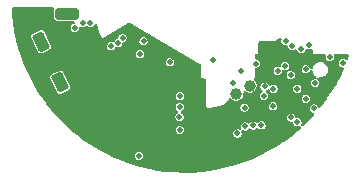
<source format=gbr>
%TF.GenerationSoftware,KiCad,Pcbnew,9.0.0*%
%TF.CreationDate,2025-08-30T10:43:31+02:00*%
%TF.ProjectId,36mm PCB,33366d6d-2050-4434-922e-6b696361645f,rev?*%
%TF.SameCoordinates,Original*%
%TF.FileFunction,Copper,L3,Inr*%
%TF.FilePolarity,Positive*%
%FSLAX46Y46*%
G04 Gerber Fmt 4.6, Leading zero omitted, Abs format (unit mm)*
G04 Created by KiCad (PCBNEW 9.0.0) date 2025-08-30 10:43:31*
%MOMM*%
%LPD*%
G01*
G04 APERTURE LIST*
G04 Aperture macros list*
%AMRoundRect*
0 Rectangle with rounded corners*
0 $1 Rounding radius*
0 $2 $3 $4 $5 $6 $7 $8 $9 X,Y pos of 4 corners*
0 Add a 4 corners polygon primitive as box body*
4,1,4,$2,$3,$4,$5,$6,$7,$8,$9,$2,$3,0*
0 Add four circle primitives for the rounded corners*
1,1,$1+$1,$2,$3*
1,1,$1+$1,$4,$5*
1,1,$1+$1,$6,$7*
1,1,$1+$1,$8,$9*
0 Add four rect primitives between the rounded corners*
20,1,$1+$1,$2,$3,$4,$5,0*
20,1,$1+$1,$4,$5,$6,$7,0*
20,1,$1+$1,$6,$7,$8,$9,0*
20,1,$1+$1,$8,$9,$2,$3,0*%
G04 Aperture macros list end*
%TA.AperFunction,ComponentPad*%
%ADD10RoundRect,0.150000X-0.850000X-0.350000X0.850000X-0.350000X0.850000X0.350000X-0.850000X0.350000X0*%
%TD*%
%TA.AperFunction,ComponentPad*%
%ADD11C,0.500000*%
%TD*%
%TA.AperFunction,ComponentPad*%
%ADD12C,1.000000*%
%TD*%
%TA.AperFunction,ComponentPad*%
%ADD13RoundRect,0.150000X0.591910X-0.441184X0.042506X0.737016X-0.591910X0.441184X-0.042506X-0.737016X0*%
%TD*%
%TA.AperFunction,ViaPad*%
%ADD14C,0.500000*%
%TD*%
G04 APERTURE END LIST*
D10*
%TO.N,GND*%
%TO.C,TP15*%
X190057772Y-114509534D03*
%TD*%
D11*
%TO.N,+3.3V*%
%TO.C,IC6*%
X208542772Y-116831554D03*
%TO.N,I2C1_SDA*%
X210542772Y-117156554D03*
%TO.N,I2C1_SCL*%
X209867772Y-117481554D03*
%TO.N,GND*%
X209117772Y-117264534D03*
%TD*%
D10*
%TO.N,+3V0*%
%TO.C,TP14*%
X187632772Y-114509534D03*
%TD*%
D12*
%TO.N,SYS_SWCLK*%
%TO.C,TP18*%
X205490000Y-120600000D03*
%TD*%
D13*
%TO.N,Net-(C12-Pad2)*%
%TO.C,SW5*%
X189455162Y-120320686D03*
X187849213Y-116876717D03*
%TO.N,+3V0*%
X188186331Y-120912350D03*
X186580382Y-117468382D03*
%TD*%
D12*
%TO.N,SYS_SWDIO*%
%TO.C,TP17*%
X204370000Y-121300000D03*
%TD*%
D14*
%TO.N,I2C1_SDA*%
X199551130Y-123259000D03*
%TO.N,I2C1_SCL*%
X199570000Y-122409000D03*
%TO.N,+3V0*%
X193690000Y-125990000D03*
%TO.N,ADCVBAT*%
X209540000Y-123710000D03*
X194733732Y-116563689D03*
X193750000Y-117280000D03*
%TO.N,+3V0*%
X195190000Y-117600000D03*
%TO.N,GND*%
X206025478Y-118734534D03*
X205110000Y-124060000D03*
X208977772Y-119704534D03*
X209010000Y-123300000D03*
%TO.N,+3.3V*%
X204460000Y-124650000D03*
X199600000Y-121490000D03*
X208490000Y-118950000D03*
X196520000Y-116840000D03*
X212277772Y-118194534D03*
X199590000Y-124350000D03*
%TO.N,NRST*%
X210255935Y-121716592D03*
%TO.N,+3V0*%
X200510000Y-120300000D03*
X208175685Y-122940000D03*
X191740000Y-117240000D03*
%TO.N,Stat*%
X194347311Y-117022689D03*
X196120000Y-126550000D03*
%TO.N,Net-(IC1-MOT2)*%
X202410000Y-118475000D03*
%TO.N,Net-(IC1-MOT1)*%
X204047772Y-120424534D03*
%TO.N,I2C1_SDA*%
X206700000Y-121480000D03*
X196210000Y-117930000D03*
%TO.N,I2C1_SCL*%
X206760000Y-120680000D03*
X198740000Y-118630806D03*
%TO.N,GPIO_Output_Mono*%
X207480000Y-122360000D03*
X192020000Y-115300000D03*
%TO.N,GPIO_EXTI1*%
X205070000Y-122470000D03*
X191370000Y-115300000D03*
%TO.N,GPIO_EXTI9*%
X190680000Y-115700000D03*
X207510000Y-120870000D03*
%TO.N,Tim2_CH3*%
X206492157Y-123967843D03*
X207880000Y-119350000D03*
X210950000Y-122540000D03*
%TO.N,Tim2_CH1*%
X209535196Y-120866133D03*
X205797213Y-123980000D03*
X213391860Y-118690000D03*
%TO.N,Net-(Q4-D_1)*%
X211037772Y-120374534D03*
%TO.N,Net-(Q3-D_1)*%
X210257772Y-119214534D03*
%TO.N,VDD PROG*%
X204770000Y-119390000D03*
%TD*%
%TA.AperFunction,Conductor*%
%TO.N,+3V0*%
G36*
X188903019Y-114004719D02*
G01*
X188948774Y-114057523D01*
X188958718Y-114126681D01*
X188957596Y-114133233D01*
X188957272Y-114134861D01*
X188957272Y-114884212D01*
X188971804Y-114957269D01*
X188971805Y-114957273D01*
X188982572Y-114973387D01*
X189027171Y-115040135D01*
X189094000Y-115084788D01*
X189110032Y-115095500D01*
X189110036Y-115095501D01*
X189183093Y-115110033D01*
X189183096Y-115110034D01*
X190585683Y-115110034D01*
X190652722Y-115129719D01*
X190698477Y-115182523D01*
X190708421Y-115251681D01*
X190679396Y-115315237D01*
X190620618Y-115353011D01*
X190617806Y-115353800D01*
X190544712Y-115373386D01*
X190544711Y-115373386D01*
X190544709Y-115373387D01*
X190544706Y-115373388D01*
X190464794Y-115419526D01*
X190464785Y-115419533D01*
X190399533Y-115484785D01*
X190399526Y-115484794D01*
X190353388Y-115564706D01*
X190353387Y-115564709D01*
X190353386Y-115564711D01*
X190353386Y-115564712D01*
X190329500Y-115653856D01*
X190329500Y-115746144D01*
X190352109Y-115830524D01*
X190353387Y-115835290D01*
X190353388Y-115835293D01*
X190399526Y-115915205D01*
X190399529Y-115915209D01*
X190399531Y-115915212D01*
X190464788Y-115980469D01*
X190464791Y-115980470D01*
X190464794Y-115980473D01*
X190544706Y-116026611D01*
X190544707Y-116026611D01*
X190544712Y-116026614D01*
X190633856Y-116050500D01*
X190633858Y-116050500D01*
X190726142Y-116050500D01*
X190726144Y-116050500D01*
X190815288Y-116026614D01*
X190895212Y-115980469D01*
X190960469Y-115915212D01*
X191006614Y-115835288D01*
X191030500Y-115746144D01*
X191030500Y-115723486D01*
X191050185Y-115656447D01*
X191102989Y-115610692D01*
X191172147Y-115600748D01*
X191216503Y-115616101D01*
X191234708Y-115626612D01*
X191234709Y-115626612D01*
X191234712Y-115626614D01*
X191323856Y-115650500D01*
X191323858Y-115650500D01*
X191416142Y-115650500D01*
X191416144Y-115650500D01*
X191505288Y-115626614D01*
X191585212Y-115580469D01*
X191607319Y-115558362D01*
X191668642Y-115524877D01*
X191738334Y-115529861D01*
X191782681Y-115558362D01*
X191804788Y-115580469D01*
X191804791Y-115580470D01*
X191804794Y-115580473D01*
X191884706Y-115626611D01*
X191884707Y-115626611D01*
X191884712Y-115626614D01*
X191973856Y-115650500D01*
X191973858Y-115650500D01*
X192066142Y-115650500D01*
X192066144Y-115650500D01*
X192155288Y-115626614D01*
X192235212Y-115580469D01*
X192300469Y-115515212D01*
X192346614Y-115435288D01*
X192346614Y-115435285D01*
X192348380Y-115432228D01*
X192398948Y-115384013D01*
X192467555Y-115370791D01*
X192532419Y-115396759D01*
X192572947Y-115453673D01*
X192575188Y-115460845D01*
X192628203Y-115650499D01*
X192650409Y-115729936D01*
X192650411Y-115729945D01*
X192811861Y-116194433D01*
X192811870Y-116194456D01*
X192890104Y-116381266D01*
X192890106Y-116381271D01*
X192896505Y-116396554D01*
X192898214Y-116409527D01*
X192911767Y-116433003D01*
X192914818Y-116440288D01*
X192914822Y-116440295D01*
X192922247Y-116458031D01*
X192926265Y-116463996D01*
X192933361Y-116473206D01*
X192938095Y-116478604D01*
X192953351Y-116490310D01*
X192953354Y-116490313D01*
X192959616Y-116495118D01*
X192978860Y-116514218D01*
X192990980Y-116519185D01*
X193001375Y-116527161D01*
X193001376Y-116527162D01*
X193027575Y-116534182D01*
X193052667Y-116544465D01*
X193065766Y-116544415D01*
X193078423Y-116547807D01*
X193105315Y-116544266D01*
X193132430Y-116544164D01*
X193144512Y-116539105D01*
X193149223Y-116538484D01*
X193157504Y-116537395D01*
X193180992Y-116523834D01*
X193206007Y-116513362D01*
X193215235Y-116504063D01*
X195226343Y-115342949D01*
X195294240Y-115326477D01*
X195350339Y-115342949D01*
X201144816Y-118688392D01*
X201183715Y-118710850D01*
X201205485Y-118726811D01*
X201208694Y-118729752D01*
X201229688Y-118737393D01*
X201249035Y-118748563D01*
X201266804Y-118750902D01*
X201283648Y-118757033D01*
X201286893Y-118756891D01*
X201293800Y-118758595D01*
X201295720Y-118758891D01*
X201295693Y-118759062D01*
X201354728Y-118773631D01*
X201402744Y-118824387D01*
X201416302Y-118881732D01*
X201407771Y-119984533D01*
X201407772Y-119984534D01*
X201659469Y-119984534D01*
X201726508Y-120004219D01*
X201772263Y-120057023D01*
X201783469Y-120108534D01*
X201783469Y-122279830D01*
X201779710Y-122295388D01*
X201783469Y-122319345D01*
X201783469Y-122343590D01*
X201783470Y-122343596D01*
X201783943Y-122344738D01*
X201791880Y-122372957D01*
X201792072Y-122374181D01*
X201792075Y-122374190D01*
X201799673Y-122386629D01*
X201799673Y-122386630D01*
X201804714Y-122394884D01*
X201813993Y-122417284D01*
X201825306Y-122428597D01*
X201833000Y-122441193D01*
X201833002Y-122441195D01*
X201833650Y-122442255D01*
X201833652Y-122442258D01*
X201853247Y-122456538D01*
X201870395Y-122473686D01*
X201885180Y-122479810D01*
X201898114Y-122489236D01*
X201921686Y-122494931D01*
X201944087Y-122504210D01*
X201960088Y-122504210D01*
X201974445Y-122507679D01*
X201975167Y-122507853D01*
X201975645Y-122507968D01*
X201975646Y-122507969D01*
X201975646Y-122507968D01*
X201975647Y-122507969D01*
X201990051Y-122505708D01*
X202009271Y-122504210D01*
X202023850Y-122504210D01*
X202023851Y-122504210D01*
X202024994Y-122503736D01*
X202053232Y-122495793D01*
X202080551Y-122491506D01*
X202185540Y-122475033D01*
X202397469Y-122435888D01*
X202462613Y-122423856D01*
X204719500Y-122423856D01*
X204719500Y-122516144D01*
X204738256Y-122586144D01*
X204743387Y-122605290D01*
X204743388Y-122605293D01*
X204789526Y-122685205D01*
X204789529Y-122685209D01*
X204789531Y-122685212D01*
X204854788Y-122750469D01*
X204854791Y-122750470D01*
X204854794Y-122750473D01*
X204934706Y-122796611D01*
X204934707Y-122796611D01*
X204934712Y-122796614D01*
X205023856Y-122820500D01*
X205023858Y-122820500D01*
X205116142Y-122820500D01*
X205116144Y-122820500D01*
X205205288Y-122796614D01*
X205285212Y-122750469D01*
X205350469Y-122685212D01*
X205396614Y-122605288D01*
X205420500Y-122516144D01*
X205420500Y-122423856D01*
X205396614Y-122334712D01*
X205396612Y-122334709D01*
X205396612Y-122334707D01*
X205396611Y-122334706D01*
X205384573Y-122313856D01*
X207129500Y-122313856D01*
X207129500Y-122406144D01*
X207153290Y-122494931D01*
X207153387Y-122495290D01*
X207153388Y-122495293D01*
X207199526Y-122575205D01*
X207199529Y-122575209D01*
X207199531Y-122575212D01*
X207264788Y-122640469D01*
X207264791Y-122640470D01*
X207264794Y-122640473D01*
X207344706Y-122686611D01*
X207344707Y-122686611D01*
X207344712Y-122686614D01*
X207433856Y-122710500D01*
X207433858Y-122710500D01*
X207526142Y-122710500D01*
X207526144Y-122710500D01*
X207615288Y-122686614D01*
X207695212Y-122640469D01*
X207760469Y-122575212D01*
X207806614Y-122495288D01*
X207830500Y-122406144D01*
X207830500Y-122313856D01*
X207806614Y-122224712D01*
X207800076Y-122213388D01*
X207760473Y-122144794D01*
X207760470Y-122144791D01*
X207760469Y-122144788D01*
X207695212Y-122079531D01*
X207695209Y-122079529D01*
X207695205Y-122079526D01*
X207615293Y-122033388D01*
X207615290Y-122033387D01*
X207615289Y-122033386D01*
X207615288Y-122033386D01*
X207526144Y-122009500D01*
X207433856Y-122009500D01*
X207344712Y-122033386D01*
X207344711Y-122033386D01*
X207344709Y-122033387D01*
X207344706Y-122033388D01*
X207264794Y-122079526D01*
X207264785Y-122079533D01*
X207199533Y-122144785D01*
X207199526Y-122144794D01*
X207153388Y-122224706D01*
X207153387Y-122224709D01*
X207153386Y-122224711D01*
X207153386Y-122224712D01*
X207129500Y-122313856D01*
X205384573Y-122313856D01*
X205350473Y-122254794D01*
X205350470Y-122254791D01*
X205350469Y-122254788D01*
X205285212Y-122189531D01*
X205285209Y-122189529D01*
X205285205Y-122189526D01*
X205205293Y-122143388D01*
X205205290Y-122143387D01*
X205205289Y-122143386D01*
X205205288Y-122143386D01*
X205116144Y-122119500D01*
X205023856Y-122119500D01*
X204934712Y-122143386D01*
X204934711Y-122143386D01*
X204934709Y-122143387D01*
X204934706Y-122143388D01*
X204854794Y-122189526D01*
X204854785Y-122189533D01*
X204789533Y-122254785D01*
X204789526Y-122254794D01*
X204743388Y-122334706D01*
X204743387Y-122334709D01*
X204743386Y-122334711D01*
X204743386Y-122334712D01*
X204719500Y-122423856D01*
X202462613Y-122423856D01*
X202524926Y-122412347D01*
X202862506Y-122340518D01*
X202977732Y-122312729D01*
X202980460Y-122312127D01*
X203030280Y-122300068D01*
X203030281Y-122300070D01*
X203045439Y-122296401D01*
X203045543Y-122296406D01*
X203045537Y-122296378D01*
X203047878Y-122295812D01*
X203069036Y-122290711D01*
X203069038Y-122290709D01*
X203081483Y-122287708D01*
X203081743Y-122287615D01*
X203115610Y-122279421D01*
X203277092Y-122210484D01*
X203424893Y-122115701D01*
X203554911Y-121997700D01*
X203663540Y-121859755D01*
X203731509Y-121735427D01*
X203780939Y-121686047D01*
X203849219Y-121671229D01*
X203914671Y-121695679D01*
X203927992Y-121707228D01*
X204001284Y-121780520D01*
X204001286Y-121780521D01*
X204001290Y-121780524D01*
X204105173Y-121840500D01*
X204138216Y-121859577D01*
X204290943Y-121900500D01*
X204290945Y-121900500D01*
X204449055Y-121900500D01*
X204449057Y-121900500D01*
X204601784Y-121859577D01*
X204738716Y-121780520D01*
X204850520Y-121668716D01*
X204929577Y-121531784D01*
X204955817Y-121433856D01*
X206349500Y-121433856D01*
X206349500Y-121526144D01*
X206371693Y-121608971D01*
X206373387Y-121615290D01*
X206373388Y-121615293D01*
X206419526Y-121695205D01*
X206419529Y-121695209D01*
X206419531Y-121695212D01*
X206484788Y-121760469D01*
X206484791Y-121760470D01*
X206484794Y-121760473D01*
X206564706Y-121806611D01*
X206564707Y-121806611D01*
X206564712Y-121806614D01*
X206653856Y-121830500D01*
X206653858Y-121830500D01*
X206746142Y-121830500D01*
X206746144Y-121830500D01*
X206835288Y-121806614D01*
X206915212Y-121760469D01*
X206980469Y-121695212D01*
X206994767Y-121670448D01*
X209905435Y-121670448D01*
X209905435Y-121762736D01*
X209923592Y-121830500D01*
X209929322Y-121851882D01*
X209929323Y-121851885D01*
X209975461Y-121931797D01*
X209975464Y-121931801D01*
X209975466Y-121931804D01*
X210040723Y-121997061D01*
X210040726Y-121997062D01*
X210040729Y-121997065D01*
X210120641Y-122043203D01*
X210120642Y-122043203D01*
X210120647Y-122043206D01*
X210209791Y-122067092D01*
X210209793Y-122067092D01*
X210302077Y-122067092D01*
X210302079Y-122067092D01*
X210391223Y-122043206D01*
X210471147Y-121997061D01*
X210536404Y-121931804D01*
X210582549Y-121851880D01*
X210606435Y-121762736D01*
X210606435Y-121670448D01*
X210582549Y-121581304D01*
X210558580Y-121539789D01*
X210536408Y-121501386D01*
X210536405Y-121501383D01*
X210536404Y-121501380D01*
X210471147Y-121436123D01*
X210471144Y-121436121D01*
X210471140Y-121436118D01*
X210391228Y-121389980D01*
X210391225Y-121389979D01*
X210391224Y-121389978D01*
X210391223Y-121389978D01*
X210302079Y-121366092D01*
X210209791Y-121366092D01*
X210120647Y-121389978D01*
X210120646Y-121389978D01*
X210120644Y-121389979D01*
X210120641Y-121389980D01*
X210040729Y-121436118D01*
X210040720Y-121436125D01*
X209975468Y-121501377D01*
X209975461Y-121501386D01*
X209929323Y-121581298D01*
X209929322Y-121581301D01*
X209929321Y-121581303D01*
X209929321Y-121581304D01*
X209905435Y-121670448D01*
X206994767Y-121670448D01*
X207026614Y-121615288D01*
X207050500Y-121526144D01*
X207050500Y-121433856D01*
X207026614Y-121344712D01*
X207008228Y-121312867D01*
X206980473Y-121264794D01*
X206980470Y-121264791D01*
X206980469Y-121264788D01*
X206915212Y-121199531D01*
X206915209Y-121199529D01*
X206910418Y-121195853D01*
X206893007Y-121172008D01*
X206873511Y-121149854D01*
X206872640Y-121144114D01*
X206869216Y-121139424D01*
X206867460Y-121109954D01*
X206863036Y-121080774D01*
X206865407Y-121075474D01*
X206865062Y-121069678D01*
X206879517Y-121043939D01*
X206891572Y-121016998D01*
X206897347Y-121012191D01*
X206899276Y-121008758D01*
X206918067Y-120993681D01*
X206920936Y-120991805D01*
X206975212Y-120960469D01*
X206987151Y-120948529D01*
X206997904Y-120941502D01*
X207019539Y-120934968D01*
X207039378Y-120924134D01*
X207052346Y-120925060D01*
X207064790Y-120921303D01*
X207086523Y-120927503D01*
X207109070Y-120929115D01*
X207119478Y-120936905D01*
X207131979Y-120940472D01*
X207146909Y-120957437D01*
X207165006Y-120970983D01*
X207176330Y-120990869D01*
X207178138Y-120992923D01*
X207178369Y-120994449D01*
X207180307Y-120997852D01*
X207183390Y-121005297D01*
X207229526Y-121085205D01*
X207229529Y-121085209D01*
X207229531Y-121085212D01*
X207294788Y-121150469D01*
X207294791Y-121150470D01*
X207294794Y-121150473D01*
X207374706Y-121196611D01*
X207374707Y-121196611D01*
X207374712Y-121196614D01*
X207463856Y-121220500D01*
X207463858Y-121220500D01*
X207556142Y-121220500D01*
X207556144Y-121220500D01*
X207645288Y-121196614D01*
X207725212Y-121150469D01*
X207790469Y-121085212D01*
X207836614Y-121005288D01*
X207860500Y-120916144D01*
X207860500Y-120823856D01*
X207859464Y-120819989D01*
X209184696Y-120819989D01*
X209184696Y-120912277D01*
X209206508Y-120993681D01*
X209208583Y-121001423D01*
X209208584Y-121001426D01*
X209254722Y-121081338D01*
X209254725Y-121081342D01*
X209254727Y-121081345D01*
X209319984Y-121146602D01*
X209319987Y-121146603D01*
X209319990Y-121146606D01*
X209399902Y-121192744D01*
X209399903Y-121192744D01*
X209399908Y-121192747D01*
X209489052Y-121216633D01*
X209489054Y-121216633D01*
X209581338Y-121216633D01*
X209581340Y-121216633D01*
X209670484Y-121192747D01*
X209750408Y-121146602D01*
X209815665Y-121081345D01*
X209861810Y-121001421D01*
X209885696Y-120912277D01*
X209885696Y-120819989D01*
X209861810Y-120730845D01*
X209859096Y-120726144D01*
X209815669Y-120650927D01*
X209815666Y-120650924D01*
X209815665Y-120650921D01*
X209750408Y-120585664D01*
X209750405Y-120585662D01*
X209750401Y-120585659D01*
X209670489Y-120539521D01*
X209670486Y-120539520D01*
X209670485Y-120539519D01*
X209670484Y-120539519D01*
X209581340Y-120515633D01*
X209489052Y-120515633D01*
X209399908Y-120539519D01*
X209399907Y-120539519D01*
X209399905Y-120539520D01*
X209399902Y-120539521D01*
X209319990Y-120585659D01*
X209319981Y-120585666D01*
X209254729Y-120650918D01*
X209254722Y-120650927D01*
X209208584Y-120730839D01*
X209208583Y-120730842D01*
X209208582Y-120730844D01*
X209208582Y-120730845D01*
X209184696Y-120819989D01*
X207859464Y-120819989D01*
X207836614Y-120734712D01*
X207836611Y-120734706D01*
X207790473Y-120654794D01*
X207790470Y-120654791D01*
X207790469Y-120654788D01*
X207725212Y-120589531D01*
X207725209Y-120589529D01*
X207725205Y-120589526D01*
X207645293Y-120543388D01*
X207645290Y-120543387D01*
X207645289Y-120543386D01*
X207645288Y-120543386D01*
X207556144Y-120519500D01*
X207463856Y-120519500D01*
X207374712Y-120543386D01*
X207374711Y-120543386D01*
X207374709Y-120543387D01*
X207374706Y-120543388D01*
X207294794Y-120589526D01*
X207294782Y-120589536D01*
X207291932Y-120592386D01*
X207288938Y-120594020D01*
X207288342Y-120594478D01*
X207288270Y-120594385D01*
X207230607Y-120625868D01*
X207160916Y-120620879D01*
X207104985Y-120579005D01*
X207089691Y-120552143D01*
X207086615Y-120544716D01*
X207086614Y-120544712D01*
X207086611Y-120544706D01*
X207086610Y-120544704D01*
X207040473Y-120464794D01*
X207040470Y-120464791D01*
X207040469Y-120464788D01*
X206975212Y-120399531D01*
X206975209Y-120399529D01*
X206975205Y-120399526D01*
X206895293Y-120353388D01*
X206895290Y-120353387D01*
X206895289Y-120353386D01*
X206895288Y-120353386D01*
X206806144Y-120329500D01*
X206713856Y-120329500D01*
X206624712Y-120353386D01*
X206624711Y-120353386D01*
X206624709Y-120353387D01*
X206624706Y-120353388D01*
X206544794Y-120399526D01*
X206544785Y-120399533D01*
X206479533Y-120464785D01*
X206479526Y-120464794D01*
X206433388Y-120544706D01*
X206433387Y-120544709D01*
X206433386Y-120544711D01*
X206433386Y-120544712D01*
X206409500Y-120633856D01*
X206409500Y-120726144D01*
X206429162Y-120799525D01*
X206433387Y-120815290D01*
X206433388Y-120815293D01*
X206479526Y-120895205D01*
X206479529Y-120895209D01*
X206479531Y-120895212D01*
X206544788Y-120960469D01*
X206544790Y-120960470D01*
X206549579Y-120964145D01*
X206590782Y-121020573D01*
X206594937Y-121090319D01*
X206560725Y-121151239D01*
X206536096Y-121169906D01*
X206484793Y-121199527D01*
X206484785Y-121199533D01*
X206419533Y-121264785D01*
X206419526Y-121264794D01*
X206373388Y-121344706D01*
X206373387Y-121344709D01*
X206373386Y-121344711D01*
X206373386Y-121344712D01*
X206349500Y-121433856D01*
X204955817Y-121433856D01*
X204970500Y-121379057D01*
X204970500Y-121220943D01*
X204969458Y-121217055D01*
X204969920Y-121203608D01*
X204977805Y-121179807D01*
X204981665Y-121155030D01*
X204988604Y-121147208D01*
X204991893Y-121137283D01*
X205011395Y-121121522D01*
X205028037Y-121102767D01*
X205038103Y-121099939D01*
X205046236Y-121093367D01*
X205071163Y-121090652D01*
X205095303Y-121083871D01*
X205106138Y-121086842D01*
X205115695Y-121085802D01*
X205131998Y-121093934D01*
X205155846Y-121100475D01*
X205223441Y-121139500D01*
X205258216Y-121159577D01*
X205410943Y-121200500D01*
X205410945Y-121200500D01*
X205569055Y-121200500D01*
X205569057Y-121200500D01*
X205721784Y-121159577D01*
X205858716Y-121080520D01*
X205970520Y-120968716D01*
X206049577Y-120831784D01*
X206090500Y-120679057D01*
X206090500Y-120520943D01*
X206049577Y-120368216D01*
X206003984Y-120289246D01*
X205970524Y-120231290D01*
X205970518Y-120231282D01*
X205903452Y-120164216D01*
X205869967Y-120102893D01*
X205874951Y-120033201D01*
X205903452Y-119988854D01*
X205907772Y-119984534D01*
X205907772Y-119303856D01*
X207529500Y-119303856D01*
X207529500Y-119396144D01*
X207547142Y-119461986D01*
X207553387Y-119485290D01*
X207553388Y-119485293D01*
X207599526Y-119565205D01*
X207599529Y-119565209D01*
X207599531Y-119565212D01*
X207664788Y-119630469D01*
X207664791Y-119630470D01*
X207664794Y-119630473D01*
X207744706Y-119676611D01*
X207744707Y-119676611D01*
X207744712Y-119676614D01*
X207833856Y-119700500D01*
X207833858Y-119700500D01*
X207926142Y-119700500D01*
X207926144Y-119700500D01*
X208015288Y-119676614D01*
X208095212Y-119630469D01*
X208160469Y-119565212D01*
X208206614Y-119485288D01*
X208230500Y-119396144D01*
X208230500Y-119396134D01*
X208231477Y-119388722D01*
X208259744Y-119324825D01*
X208318069Y-119286355D01*
X208357779Y-119280954D01*
X208372388Y-119281350D01*
X208443856Y-119300500D01*
X208536144Y-119300500D01*
X208585982Y-119287145D01*
X208604014Y-119287635D01*
X208620784Y-119293057D01*
X208638407Y-119293477D01*
X208653338Y-119303582D01*
X208670495Y-119309130D01*
X208681672Y-119322760D01*
X208696269Y-119332639D01*
X208703366Y-119349213D01*
X208714801Y-119363156D01*
X208716835Y-119380664D01*
X208723774Y-119396867D01*
X208720783Y-119414648D01*
X208722865Y-119432559D01*
X208715110Y-119448387D01*
X208712188Y-119465769D01*
X208699028Y-119487074D01*
X208697300Y-119489325D01*
X208651160Y-119569240D01*
X208651159Y-119569243D01*
X208651158Y-119569245D01*
X208651158Y-119569246D01*
X208627272Y-119658390D01*
X208627272Y-119750678D01*
X208648794Y-119831000D01*
X208651159Y-119839824D01*
X208651160Y-119839827D01*
X208697298Y-119919739D01*
X208697301Y-119919743D01*
X208697303Y-119919746D01*
X208762560Y-119985003D01*
X208762563Y-119985004D01*
X208762566Y-119985007D01*
X208842478Y-120031145D01*
X208842479Y-120031145D01*
X208842484Y-120031148D01*
X208931628Y-120055034D01*
X208931630Y-120055034D01*
X209023914Y-120055034D01*
X209023916Y-120055034D01*
X209113060Y-120031148D01*
X209192984Y-119985003D01*
X209258241Y-119919746D01*
X209304386Y-119839822D01*
X209328272Y-119750678D01*
X209328272Y-119658390D01*
X209304386Y-119569246D01*
X209304212Y-119568944D01*
X209258245Y-119489328D01*
X209258242Y-119489325D01*
X209258241Y-119489322D01*
X209192984Y-119424065D01*
X209192981Y-119424063D01*
X209192977Y-119424060D01*
X209113065Y-119377922D01*
X209113062Y-119377921D01*
X209113061Y-119377920D01*
X209113060Y-119377920D01*
X209023916Y-119354034D01*
X208931628Y-119354034D01*
X208899211Y-119362720D01*
X208876181Y-119362171D01*
X208853498Y-119366194D01*
X208841911Y-119361354D01*
X208829361Y-119361055D01*
X208810285Y-119348144D01*
X208789027Y-119339264D01*
X208781896Y-119328928D01*
X208771499Y-119321891D01*
X208762431Y-119300714D01*
X208749350Y-119281753D01*
X208748939Y-119269204D01*
X208743997Y-119257662D01*
X208747817Y-119234944D01*
X208747064Y-119211921D01*
X208754124Y-119197442D01*
X208755585Y-119188760D01*
X208760667Y-119179354D01*
X208767105Y-119168575D01*
X208767290Y-119168390D01*
X209907272Y-119168390D01*
X209907272Y-119260678D01*
X209930708Y-119348144D01*
X209931159Y-119349824D01*
X209931160Y-119349827D01*
X209977298Y-119429739D01*
X209977301Y-119429743D01*
X209977303Y-119429746D01*
X210042560Y-119495003D01*
X210042563Y-119495004D01*
X210042566Y-119495007D01*
X210122478Y-119541145D01*
X210122479Y-119541145D01*
X210122484Y-119541148D01*
X210211628Y-119565034D01*
X210211630Y-119565034D01*
X210303914Y-119565034D01*
X210303916Y-119565034D01*
X210393060Y-119541148D01*
X210472984Y-119495003D01*
X210538241Y-119429746D01*
X210584386Y-119349822D01*
X210584387Y-119349815D01*
X210587494Y-119342318D01*
X210589090Y-119342979D01*
X210620319Y-119291725D01*
X210683162Y-119261186D01*
X210752538Y-119269470D01*
X210806423Y-119313947D01*
X210825361Y-119359273D01*
X210842269Y-119444273D01*
X210842271Y-119444278D01*
X210891305Y-119562658D01*
X210891310Y-119562667D01*
X210962495Y-119669202D01*
X210962498Y-119669206D01*
X211053099Y-119759807D01*
X211053103Y-119759810D01*
X211108659Y-119796932D01*
X211153464Y-119850544D01*
X211162171Y-119919869D01*
X211132016Y-119982897D01*
X211072573Y-120019616D01*
X211039768Y-120024034D01*
X210991628Y-120024034D01*
X210902484Y-120047920D01*
X210902483Y-120047920D01*
X210902481Y-120047921D01*
X210902478Y-120047922D01*
X210822566Y-120094060D01*
X210822557Y-120094067D01*
X210757305Y-120159319D01*
X210757298Y-120159328D01*
X210711160Y-120239240D01*
X210711159Y-120239243D01*
X210711158Y-120239245D01*
X210711158Y-120239246D01*
X210687272Y-120328390D01*
X210687272Y-120420678D01*
X210700669Y-120470678D01*
X210711159Y-120509824D01*
X210711160Y-120509827D01*
X210757298Y-120589739D01*
X210757301Y-120589743D01*
X210757303Y-120589746D01*
X210822560Y-120655003D01*
X210822563Y-120655004D01*
X210822566Y-120655007D01*
X210902478Y-120701145D01*
X210902479Y-120701145D01*
X210902484Y-120701148D01*
X210991628Y-120725034D01*
X210991630Y-120725034D01*
X211083914Y-120725034D01*
X211083916Y-120725034D01*
X211173060Y-120701148D01*
X211252984Y-120655003D01*
X211318241Y-120589746D01*
X211364386Y-120509822D01*
X211388272Y-120420678D01*
X211388272Y-120328390D01*
X211364386Y-120239246D01*
X211364383Y-120239240D01*
X211318245Y-120159328D01*
X211318242Y-120159325D01*
X211318241Y-120159322D01*
X211268638Y-120109719D01*
X211235153Y-120048396D01*
X211240137Y-119978704D01*
X211282009Y-119922771D01*
X211347473Y-119898354D01*
X211380511Y-119900421D01*
X211403701Y-119905034D01*
X211403703Y-119905034D01*
X211531843Y-119905034D01*
X211616387Y-119888216D01*
X211657516Y-119880035D01*
X211775899Y-119830999D01*
X211882441Y-119759810D01*
X211973048Y-119669203D01*
X212044237Y-119562661D01*
X212093273Y-119444278D01*
X212102848Y-119396142D01*
X212118272Y-119318605D01*
X212118272Y-119190462D01*
X212093274Y-119064795D01*
X212093273Y-119064794D01*
X212093273Y-119064790D01*
X212055346Y-118973226D01*
X212044238Y-118946409D01*
X212044233Y-118946400D01*
X211973048Y-118839865D01*
X211973045Y-118839861D01*
X211882444Y-118749260D01*
X211882440Y-118749257D01*
X211775905Y-118678072D01*
X211775896Y-118678067D01*
X211657516Y-118629033D01*
X211657510Y-118629031D01*
X211531843Y-118604034D01*
X211531841Y-118604034D01*
X211403703Y-118604034D01*
X211403701Y-118604034D01*
X211278033Y-118629031D01*
X211278027Y-118629033D01*
X211159647Y-118678067D01*
X211159638Y-118678072D01*
X211053103Y-118749257D01*
X211053099Y-118749260D01*
X210962498Y-118839861D01*
X210962495Y-118839865D01*
X210891310Y-118946400D01*
X210891305Y-118946409D01*
X210842271Y-119064789D01*
X210842269Y-119064795D01*
X210834495Y-119103879D01*
X210802110Y-119165790D01*
X210741394Y-119200364D01*
X210671624Y-119196623D01*
X210614952Y-119155757D01*
X210593103Y-119111780D01*
X210590986Y-119103879D01*
X210584386Y-119079246D01*
X210584383Y-119079240D01*
X210538245Y-118999328D01*
X210538242Y-118999325D01*
X210538241Y-118999322D01*
X210472984Y-118934065D01*
X210472981Y-118934063D01*
X210472977Y-118934060D01*
X210393065Y-118887922D01*
X210393062Y-118887921D01*
X210393061Y-118887920D01*
X210393060Y-118887920D01*
X210303916Y-118864034D01*
X210211628Y-118864034D01*
X210122484Y-118887920D01*
X210122483Y-118887920D01*
X210122481Y-118887921D01*
X210122478Y-118887922D01*
X210042566Y-118934060D01*
X210042557Y-118934067D01*
X209977305Y-118999319D01*
X209977298Y-118999328D01*
X209931160Y-119079240D01*
X209931159Y-119079243D01*
X209931158Y-119079245D01*
X209931158Y-119079246D01*
X209907272Y-119168390D01*
X208767290Y-119168390D01*
X208770469Y-119165212D01*
X208816614Y-119085288D01*
X208840500Y-118996144D01*
X208840500Y-118903856D01*
X208816614Y-118814712D01*
X208816611Y-118814706D01*
X208770473Y-118734794D01*
X208770470Y-118734791D01*
X208770469Y-118734788D01*
X208705212Y-118669531D01*
X208705209Y-118669529D01*
X208705205Y-118669526D01*
X208625293Y-118623388D01*
X208625290Y-118623387D01*
X208625289Y-118623386D01*
X208625288Y-118623386D01*
X208536144Y-118599500D01*
X208443856Y-118599500D01*
X208354712Y-118623386D01*
X208354711Y-118623386D01*
X208354709Y-118623387D01*
X208354706Y-118623388D01*
X208274794Y-118669526D01*
X208274785Y-118669533D01*
X208209533Y-118734785D01*
X208209526Y-118734794D01*
X208163388Y-118814706D01*
X208163387Y-118814709D01*
X208163386Y-118814711D01*
X208163386Y-118814712D01*
X208139500Y-118903856D01*
X208139499Y-118903860D01*
X208138521Y-118911286D01*
X208110249Y-118975181D01*
X208051921Y-119013647D01*
X207983490Y-119014865D01*
X207926144Y-118999500D01*
X207833856Y-118999500D01*
X207744712Y-119023386D01*
X207744711Y-119023386D01*
X207744709Y-119023387D01*
X207744706Y-119023388D01*
X207664794Y-119069526D01*
X207664785Y-119069533D01*
X207599533Y-119134785D01*
X207599526Y-119134794D01*
X207553388Y-119214706D01*
X207553387Y-119214709D01*
X207553386Y-119214711D01*
X207553386Y-119214712D01*
X207529500Y-119303856D01*
X205907772Y-119303856D01*
X205907772Y-119209034D01*
X205927457Y-119141995D01*
X205980261Y-119096240D01*
X206031772Y-119085034D01*
X206071620Y-119085034D01*
X206071622Y-119085034D01*
X206160766Y-119061148D01*
X206240690Y-119015003D01*
X206305947Y-118949746D01*
X206352092Y-118869822D01*
X206375978Y-118780678D01*
X206375978Y-118688390D01*
X206352092Y-118599246D01*
X206343672Y-118584662D01*
X206305951Y-118519328D01*
X206305948Y-118519325D01*
X206305947Y-118519322D01*
X206240690Y-118454065D01*
X206240687Y-118454063D01*
X206240683Y-118454060D01*
X206160771Y-118407922D01*
X206160768Y-118407921D01*
X206160767Y-118407920D01*
X206160766Y-118407920D01*
X206071622Y-118384034D01*
X206031772Y-118384034D01*
X206023086Y-118381483D01*
X206014125Y-118382772D01*
X205990084Y-118371793D01*
X205964733Y-118364349D01*
X205958805Y-118357508D01*
X205950569Y-118353747D01*
X205936279Y-118331512D01*
X205918978Y-118311545D01*
X205916690Y-118301030D01*
X205912795Y-118294969D01*
X205907772Y-118260034D01*
X205907772Y-118057590D01*
X205927457Y-117990551D01*
X205980261Y-117944796D01*
X206031772Y-117933590D01*
X206074760Y-117933590D01*
X206074762Y-117933590D01*
X206148454Y-117903066D01*
X206204856Y-117846664D01*
X206235380Y-117772972D01*
X206235380Y-116958346D01*
X206255065Y-116891307D01*
X206307869Y-116845552D01*
X206359380Y-116834346D01*
X207545529Y-116834346D01*
X207567534Y-116838226D01*
X207585035Y-116834346D01*
X207602956Y-116834346D01*
X207623596Y-116825796D01*
X207645407Y-116820961D01*
X207660087Y-116810681D01*
X207676648Y-116803822D01*
X207684773Y-116795696D01*
X207701328Y-116781803D01*
X207925563Y-116624794D01*
X208003842Y-116569983D01*
X208023010Y-116563518D01*
X208040030Y-116552581D01*
X208066900Y-116548717D01*
X208070048Y-116547656D01*
X208074965Y-116547558D01*
X208094405Y-116547558D01*
X208161444Y-116567243D01*
X208207199Y-116620047D01*
X208217143Y-116689205D01*
X208214183Y-116703635D01*
X208192272Y-116785410D01*
X208192272Y-116877698D01*
X208215473Y-116964287D01*
X208216159Y-116966844D01*
X208216160Y-116966847D01*
X208262298Y-117046759D01*
X208262301Y-117046763D01*
X208262303Y-117046766D01*
X208327560Y-117112023D01*
X208327563Y-117112024D01*
X208327566Y-117112027D01*
X208407478Y-117158165D01*
X208407479Y-117158165D01*
X208407484Y-117158168D01*
X208496628Y-117182054D01*
X208496630Y-117182054D01*
X208588913Y-117182054D01*
X208588916Y-117182054D01*
X208611181Y-117176088D01*
X208681027Y-117177751D01*
X208738890Y-117216913D01*
X208766395Y-117281141D01*
X208767272Y-117295863D01*
X208767272Y-117310678D01*
X208784021Y-117373188D01*
X208791159Y-117399824D01*
X208791160Y-117399827D01*
X208837298Y-117479739D01*
X208837301Y-117479743D01*
X208837303Y-117479746D01*
X208902560Y-117545003D01*
X208902563Y-117545004D01*
X208902566Y-117545007D01*
X208982478Y-117591145D01*
X208982479Y-117591145D01*
X208982484Y-117591148D01*
X209071628Y-117615034D01*
X209071630Y-117615034D01*
X209163914Y-117615034D01*
X209163916Y-117615034D01*
X209253060Y-117591148D01*
X209332984Y-117545003D01*
X209332989Y-117544997D01*
X209339430Y-117540056D01*
X209340907Y-117541981D01*
X209391418Y-117514389D01*
X209461110Y-117519362D01*
X209517051Y-117561223D01*
X209537570Y-117603454D01*
X209540121Y-117612972D01*
X209541159Y-117616846D01*
X209541160Y-117616847D01*
X209587298Y-117696759D01*
X209587301Y-117696763D01*
X209587303Y-117696766D01*
X209652560Y-117762023D01*
X209652563Y-117762024D01*
X209652566Y-117762027D01*
X209732478Y-117808165D01*
X209732479Y-117808165D01*
X209732484Y-117808168D01*
X209821628Y-117832054D01*
X209821630Y-117832054D01*
X209913914Y-117832054D01*
X209913916Y-117832054D01*
X210003060Y-117808168D01*
X210082984Y-117762023D01*
X210148241Y-117696766D01*
X210194386Y-117616842D01*
X210212130Y-117550618D01*
X210248493Y-117490961D01*
X210311340Y-117460431D01*
X210380716Y-117468725D01*
X210393904Y-117475327D01*
X210398077Y-117477737D01*
X210407481Y-117483167D01*
X210407483Y-117483167D01*
X210407484Y-117483168D01*
X210496628Y-117507054D01*
X210496630Y-117507054D01*
X210588914Y-117507054D01*
X210588916Y-117507054D01*
X210678060Y-117483168D01*
X210678066Y-117483164D01*
X210680232Y-117482268D01*
X210682212Y-117482055D01*
X210685911Y-117481064D01*
X210686065Y-117481640D01*
X210749702Y-117474799D01*
X210812181Y-117506074D01*
X210847833Y-117566163D01*
X210851685Y-117596829D01*
X210851685Y-117772973D01*
X210876157Y-117832053D01*
X210882209Y-117846664D01*
X210938611Y-117903066D01*
X211012303Y-117933590D01*
X211092067Y-117933590D01*
X211823228Y-117933590D01*
X211890267Y-117953275D01*
X211936022Y-118006079D01*
X211945966Y-118075237D01*
X211943005Y-118089671D01*
X211927272Y-118148390D01*
X211927272Y-118240678D01*
X211944290Y-118304192D01*
X211951159Y-118329824D01*
X211951160Y-118329827D01*
X211997298Y-118409739D01*
X211997301Y-118409743D01*
X211997303Y-118409746D01*
X212062560Y-118475003D01*
X212062563Y-118475004D01*
X212062566Y-118475007D01*
X212142478Y-118521145D01*
X212142479Y-118521145D01*
X212142484Y-118521148D01*
X212231628Y-118545034D01*
X212231630Y-118545034D01*
X212323914Y-118545034D01*
X212323916Y-118545034D01*
X212413060Y-118521148D01*
X212492984Y-118475003D01*
X212558241Y-118409746D01*
X212604386Y-118329822D01*
X212628272Y-118240678D01*
X212628272Y-118148390D01*
X212612541Y-118089681D01*
X212614204Y-118019834D01*
X212653366Y-117961971D01*
X212717595Y-117934467D01*
X212732316Y-117933590D01*
X213774735Y-117933590D01*
X213841774Y-117953275D01*
X213887529Y-118006079D01*
X213897473Y-118075237D01*
X213892097Y-118097617D01*
X213804435Y-118354647D01*
X213764164Y-118411744D01*
X213699417Y-118438004D01*
X213630751Y-118425091D01*
X213611583Y-118412993D01*
X213607067Y-118409527D01*
X213527153Y-118363388D01*
X213527150Y-118363387D01*
X213527149Y-118363386D01*
X213527148Y-118363386D01*
X213438004Y-118339500D01*
X213345716Y-118339500D01*
X213256572Y-118363386D01*
X213256571Y-118363386D01*
X213256569Y-118363387D01*
X213256566Y-118363388D01*
X213176654Y-118409526D01*
X213176645Y-118409533D01*
X213111393Y-118474785D01*
X213111386Y-118474794D01*
X213065248Y-118554706D01*
X213065247Y-118554709D01*
X213065246Y-118554711D01*
X213065246Y-118554712D01*
X213041360Y-118643856D01*
X213041360Y-118736144D01*
X213062412Y-118814712D01*
X213065247Y-118825290D01*
X213065248Y-118825293D01*
X213111386Y-118905205D01*
X213111389Y-118905209D01*
X213111391Y-118905212D01*
X213176648Y-118970469D01*
X213176651Y-118970470D01*
X213176654Y-118970473D01*
X213256566Y-119016611D01*
X213256567Y-119016611D01*
X213256572Y-119016614D01*
X213345716Y-119040500D01*
X213345724Y-119040500D01*
X213353776Y-119041561D01*
X213353444Y-119044078D01*
X213408298Y-119060185D01*
X213454053Y-119112989D01*
X213463997Y-119182147D01*
X213453936Y-119216268D01*
X213205472Y-119757064D01*
X213202686Y-119762741D01*
X212858379Y-120421396D01*
X212855308Y-120426923D01*
X212477867Y-121067185D01*
X212474518Y-121072548D01*
X212064939Y-121692725D01*
X212061321Y-121697911D01*
X211620655Y-122296409D01*
X211616778Y-122301403D01*
X211492839Y-122452905D01*
X211435155Y-122492330D01*
X211365313Y-122494309D01*
X211305488Y-122458215D01*
X211280141Y-122412042D01*
X211279722Y-122412216D01*
X211278141Y-122408400D01*
X211277088Y-122406481D01*
X211276997Y-122406142D01*
X211276614Y-122404712D01*
X211276611Y-122404706D01*
X211230473Y-122324794D01*
X211230470Y-122324791D01*
X211230469Y-122324788D01*
X211165212Y-122259531D01*
X211165209Y-122259529D01*
X211165205Y-122259526D01*
X211085293Y-122213388D01*
X211085290Y-122213387D01*
X211085289Y-122213386D01*
X211085288Y-122213386D01*
X210996144Y-122189500D01*
X210903856Y-122189500D01*
X210814712Y-122213386D01*
X210814711Y-122213386D01*
X210814709Y-122213387D01*
X210814706Y-122213388D01*
X210734794Y-122259526D01*
X210734785Y-122259533D01*
X210669533Y-122324785D01*
X210669526Y-122324794D01*
X210623388Y-122404706D01*
X210623387Y-122404709D01*
X210623386Y-122404711D01*
X210623386Y-122404712D01*
X210599500Y-122493856D01*
X210599500Y-122586144D01*
X210614057Y-122640473D01*
X210623387Y-122675290D01*
X210623388Y-122675293D01*
X210669526Y-122755205D01*
X210669529Y-122755209D01*
X210669531Y-122755212D01*
X210734788Y-122820469D01*
X210734791Y-122820470D01*
X210734794Y-122820473D01*
X210814706Y-122866611D01*
X210814708Y-122866612D01*
X210814709Y-122866612D01*
X210814712Y-122866614D01*
X210892628Y-122887491D01*
X210952286Y-122923854D01*
X210982816Y-122986701D01*
X210974522Y-123056077D01*
X210952382Y-123090570D01*
X210642737Y-123431972D01*
X210638371Y-123436546D01*
X210111644Y-123960898D01*
X210107050Y-123965243D01*
X210043911Y-124021991D01*
X209980893Y-124052165D01*
X209911565Y-124043477D01*
X209857940Y-123998688D01*
X209837042Y-123932016D01*
X209853636Y-123867765D01*
X209866614Y-123845288D01*
X209890500Y-123756144D01*
X209890500Y-123663856D01*
X209866614Y-123574712D01*
X209866611Y-123574706D01*
X209820473Y-123494794D01*
X209820470Y-123494791D01*
X209820469Y-123494788D01*
X209755212Y-123429531D01*
X209755209Y-123429529D01*
X209755205Y-123429526D01*
X209675293Y-123383388D01*
X209675290Y-123383387D01*
X209675289Y-123383386D01*
X209675288Y-123383386D01*
X209586144Y-123359500D01*
X209493856Y-123359500D01*
X209485729Y-123359500D01*
X209485729Y-123356645D01*
X209430332Y-123347999D01*
X209378082Y-123301612D01*
X209363639Y-123261428D01*
X209362603Y-123261706D01*
X209360500Y-123253856D01*
X209336614Y-123164712D01*
X209336611Y-123164706D01*
X209290473Y-123084794D01*
X209290470Y-123084791D01*
X209290469Y-123084788D01*
X209225212Y-123019531D01*
X209225209Y-123019529D01*
X209225205Y-123019526D01*
X209145293Y-122973388D01*
X209145290Y-122973387D01*
X209145289Y-122973386D01*
X209145288Y-122973386D01*
X209056144Y-122949500D01*
X208963856Y-122949500D01*
X208874712Y-122973386D01*
X208874711Y-122973386D01*
X208874709Y-122973387D01*
X208874706Y-122973388D01*
X208794794Y-123019526D01*
X208794785Y-123019533D01*
X208729533Y-123084785D01*
X208729526Y-123084794D01*
X208683388Y-123164706D01*
X208683387Y-123164709D01*
X208683386Y-123164711D01*
X208683386Y-123164712D01*
X208659500Y-123253856D01*
X208659500Y-123346144D01*
X208682497Y-123431972D01*
X208683387Y-123435290D01*
X208683388Y-123435293D01*
X208729526Y-123515205D01*
X208729529Y-123515209D01*
X208729531Y-123515212D01*
X208794788Y-123580469D01*
X208794791Y-123580470D01*
X208794794Y-123580473D01*
X208874706Y-123626611D01*
X208874707Y-123626611D01*
X208874712Y-123626614D01*
X208963856Y-123650500D01*
X208963858Y-123650500D01*
X209064271Y-123650500D01*
X209064271Y-123653362D01*
X209119618Y-123661976D01*
X209171888Y-123708340D01*
X209186360Y-123748571D01*
X209187397Y-123748294D01*
X209189500Y-123756142D01*
X209189500Y-123756144D01*
X209213251Y-123844785D01*
X209213387Y-123845290D01*
X209213388Y-123845293D01*
X209259526Y-123925205D01*
X209259529Y-123925209D01*
X209259531Y-123925212D01*
X209324788Y-123990469D01*
X209324791Y-123990470D01*
X209324794Y-123990473D01*
X209404706Y-124036611D01*
X209404707Y-124036611D01*
X209404712Y-124036614D01*
X209493856Y-124060500D01*
X209493858Y-124060500D01*
X209586141Y-124060500D01*
X209586144Y-124060500D01*
X209675288Y-124036614D01*
X209675291Y-124036611D01*
X209677422Y-124036041D01*
X209747272Y-124037704D01*
X209805135Y-124076866D01*
X209832639Y-124141094D01*
X209821053Y-124209997D01*
X209792405Y-124248040D01*
X209554282Y-124462060D01*
X209549474Y-124466166D01*
X208972091Y-124934168D01*
X208967079Y-124938023D01*
X208366590Y-125375985D01*
X208361388Y-125379579D01*
X207739368Y-125786351D01*
X207733989Y-125789676D01*
X207092039Y-126164215D01*
X207086498Y-126167261D01*
X206426268Y-126508600D01*
X206420580Y-126511359D01*
X205743849Y-126818582D01*
X205738026Y-126821049D01*
X205046483Y-127093388D01*
X205040543Y-127095554D01*
X204336016Y-127332287D01*
X204329973Y-127334147D01*
X203614312Y-127534654D01*
X203608182Y-127536204D01*
X202883232Y-127699970D01*
X202877031Y-127701206D01*
X202144660Y-127827806D01*
X202138404Y-127828724D01*
X201400519Y-127917829D01*
X201394224Y-127918426D01*
X200652808Y-127969799D01*
X200646491Y-127970076D01*
X199903354Y-127983587D01*
X199897032Y-127983540D01*
X199154231Y-127959157D01*
X199147918Y-127958789D01*
X198407284Y-127896568D01*
X198400999Y-127895878D01*
X197664526Y-127795987D01*
X197658284Y-127794978D01*
X197056966Y-127681945D01*
X196927821Y-127657668D01*
X196921652Y-127656344D01*
X196701580Y-127603234D01*
X196199189Y-127481990D01*
X196193082Y-127480351D01*
X195480406Y-127269384D01*
X195474391Y-127267435D01*
X194949852Y-127082595D01*
X194773407Y-127020418D01*
X194767517Y-127018172D01*
X194481082Y-126900500D01*
X194080041Y-126735745D01*
X194074256Y-126733194D01*
X193808611Y-126607876D01*
X193588113Y-126503856D01*
X195769500Y-126503856D01*
X195769500Y-126596143D01*
X195793387Y-126685290D01*
X195793388Y-126685293D01*
X195839526Y-126765205D01*
X195839529Y-126765209D01*
X195839531Y-126765212D01*
X195904788Y-126830469D01*
X195904791Y-126830470D01*
X195904794Y-126830473D01*
X195984706Y-126876611D01*
X195984707Y-126876611D01*
X195984712Y-126876614D01*
X196073856Y-126900500D01*
X196073858Y-126900500D01*
X196166142Y-126900500D01*
X196166144Y-126900500D01*
X196255288Y-126876614D01*
X196335212Y-126830469D01*
X196400469Y-126765212D01*
X196446614Y-126685288D01*
X196470500Y-126596144D01*
X196470500Y-126503856D01*
X196446614Y-126414712D01*
X196445769Y-126413248D01*
X196400473Y-126334794D01*
X196400470Y-126334791D01*
X196400469Y-126334788D01*
X196335212Y-126269531D01*
X196335209Y-126269529D01*
X196335205Y-126269526D01*
X196255293Y-126223388D01*
X196255290Y-126223387D01*
X196255289Y-126223386D01*
X196255288Y-126223386D01*
X196166144Y-126199500D01*
X196073856Y-126199500D01*
X195984712Y-126223386D01*
X195984711Y-126223386D01*
X195984709Y-126223387D01*
X195984706Y-126223388D01*
X195904794Y-126269526D01*
X195904785Y-126269533D01*
X195839533Y-126334785D01*
X195839526Y-126334794D01*
X195793388Y-126414706D01*
X195793387Y-126414709D01*
X195793386Y-126414711D01*
X195793386Y-126414712D01*
X195793017Y-126416090D01*
X195769500Y-126503856D01*
X193588113Y-126503856D01*
X193402069Y-126416090D01*
X193396421Y-126413248D01*
X192741273Y-126062291D01*
X192735777Y-126059164D01*
X192099369Y-125675267D01*
X192094040Y-125671864D01*
X191478039Y-125256031D01*
X191472890Y-125252361D01*
X190878875Y-124805659D01*
X190873920Y-124801731D01*
X190636972Y-124603856D01*
X190303435Y-124325319D01*
X190298706Y-124321160D01*
X190280011Y-124303856D01*
X199239500Y-124303856D01*
X199239500Y-124396144D01*
X199258262Y-124466166D01*
X199263387Y-124485290D01*
X199263388Y-124485293D01*
X199309526Y-124565205D01*
X199309529Y-124565209D01*
X199309531Y-124565212D01*
X199374788Y-124630469D01*
X199374791Y-124630470D01*
X199374794Y-124630473D01*
X199454706Y-124676611D01*
X199454707Y-124676611D01*
X199454712Y-124676614D01*
X199543856Y-124700500D01*
X199543858Y-124700500D01*
X199636142Y-124700500D01*
X199636144Y-124700500D01*
X199725288Y-124676614D01*
X199805212Y-124630469D01*
X199831825Y-124603856D01*
X204109500Y-124603856D01*
X204109500Y-124696143D01*
X204133387Y-124785290D01*
X204133388Y-124785293D01*
X204179526Y-124865205D01*
X204179529Y-124865209D01*
X204179531Y-124865212D01*
X204244788Y-124930469D01*
X204244791Y-124930470D01*
X204244794Y-124930473D01*
X204324706Y-124976611D01*
X204324707Y-124976611D01*
X204324712Y-124976614D01*
X204413856Y-125000500D01*
X204413858Y-125000500D01*
X204506142Y-125000500D01*
X204506144Y-125000500D01*
X204595288Y-124976614D01*
X204675212Y-124930469D01*
X204740469Y-124865212D01*
X204786614Y-124785288D01*
X204810500Y-124696144D01*
X204810500Y-124603856D01*
X204789064Y-124523855D01*
X204790727Y-124454009D01*
X204829889Y-124396146D01*
X204894118Y-124368642D01*
X204963020Y-124380228D01*
X204970838Y-124384377D01*
X204974712Y-124386614D01*
X205063856Y-124410500D01*
X205063858Y-124410500D01*
X205156142Y-124410500D01*
X205156144Y-124410500D01*
X205245288Y-124386614D01*
X205325212Y-124340469D01*
X205390469Y-124275212D01*
X205390471Y-124275207D01*
X205393951Y-124270674D01*
X205450377Y-124229470D01*
X205520123Y-124225313D01*
X205575291Y-124255864D01*
X205575555Y-124255522D01*
X205577842Y-124257276D01*
X205580009Y-124258477D01*
X205582001Y-124260469D01*
X205582004Y-124260470D01*
X205582007Y-124260473D01*
X205661919Y-124306611D01*
X205661920Y-124306611D01*
X205661925Y-124306614D01*
X205751069Y-124330500D01*
X205751071Y-124330500D01*
X205843355Y-124330500D01*
X205843357Y-124330500D01*
X205932501Y-124306614D01*
X206012425Y-124260469D01*
X206063083Y-124209810D01*
X206124404Y-124176326D01*
X206194096Y-124181310D01*
X206238444Y-124209811D01*
X206276945Y-124248312D01*
X206276948Y-124248313D01*
X206276951Y-124248316D01*
X206356863Y-124294454D01*
X206356864Y-124294454D01*
X206356869Y-124294457D01*
X206446013Y-124318343D01*
X206446015Y-124318343D01*
X206538299Y-124318343D01*
X206538301Y-124318343D01*
X206627445Y-124294457D01*
X206707369Y-124248312D01*
X206772626Y-124183055D01*
X206818771Y-124103131D01*
X206842657Y-124013987D01*
X206842657Y-123921699D01*
X206818771Y-123832555D01*
X206809392Y-123816310D01*
X206772630Y-123752637D01*
X206772627Y-123752634D01*
X206772626Y-123752631D01*
X206707369Y-123687374D01*
X206707366Y-123687372D01*
X206707362Y-123687369D01*
X206627450Y-123641231D01*
X206627447Y-123641230D01*
X206627446Y-123641229D01*
X206627445Y-123641229D01*
X206538301Y-123617343D01*
X206446013Y-123617343D01*
X206356869Y-123641229D01*
X206356868Y-123641229D01*
X206356866Y-123641230D01*
X206356863Y-123641231D01*
X206276951Y-123687369D01*
X206276941Y-123687377D01*
X206226286Y-123738032D01*
X206164963Y-123771516D01*
X206095271Y-123766531D01*
X206050925Y-123738031D01*
X206012427Y-123699533D01*
X206012425Y-123699531D01*
X206012422Y-123699529D01*
X206012418Y-123699526D01*
X205932506Y-123653388D01*
X205932503Y-123653387D01*
X205932502Y-123653386D01*
X205932501Y-123653386D01*
X205843357Y-123629500D01*
X205751069Y-123629500D01*
X205661925Y-123653386D01*
X205661924Y-123653386D01*
X205661922Y-123653387D01*
X205661919Y-123653388D01*
X205582007Y-123699526D01*
X205581998Y-123699533D01*
X205516742Y-123764789D01*
X205513254Y-123769335D01*
X205456823Y-123810534D01*
X205387076Y-123814683D01*
X205331921Y-123784135D01*
X205331658Y-123784478D01*
X205329369Y-123782721D01*
X205327203Y-123781522D01*
X205325214Y-123779533D01*
X205325212Y-123779531D01*
X205325209Y-123779529D01*
X205325205Y-123779526D01*
X205245293Y-123733388D01*
X205245290Y-123733387D01*
X205245289Y-123733386D01*
X205245288Y-123733386D01*
X205156144Y-123709500D01*
X205063856Y-123709500D01*
X204974712Y-123733386D01*
X204974711Y-123733386D01*
X204974709Y-123733387D01*
X204974706Y-123733388D01*
X204894794Y-123779526D01*
X204894785Y-123779533D01*
X204829533Y-123844785D01*
X204829526Y-123844794D01*
X204783388Y-123924706D01*
X204783387Y-123924709D01*
X204783386Y-123924711D01*
X204783386Y-123924712D01*
X204781429Y-123932016D01*
X204759500Y-124013856D01*
X204759500Y-124106143D01*
X204780935Y-124186141D01*
X204779272Y-124255991D01*
X204740109Y-124313853D01*
X204675880Y-124341357D01*
X204606978Y-124329770D01*
X204599159Y-124325621D01*
X204595288Y-124323386D01*
X204559710Y-124313853D01*
X204506144Y-124299500D01*
X204413856Y-124299500D01*
X204324712Y-124323386D01*
X204324711Y-124323386D01*
X204324709Y-124323387D01*
X204324706Y-124323388D01*
X204244794Y-124369526D01*
X204244785Y-124369533D01*
X204179533Y-124434785D01*
X204179526Y-124434794D01*
X204133388Y-124514706D01*
X204133387Y-124514709D01*
X204133386Y-124514711D01*
X204133386Y-124514712D01*
X204119855Y-124565211D01*
X204109500Y-124603856D01*
X199831825Y-124603856D01*
X199870469Y-124565212D01*
X199916614Y-124485288D01*
X199940500Y-124396144D01*
X199940500Y-124303856D01*
X199916614Y-124214712D01*
X199913785Y-124209812D01*
X199870473Y-124134794D01*
X199870470Y-124134791D01*
X199870469Y-124134788D01*
X199805212Y-124069531D01*
X199805209Y-124069529D01*
X199805205Y-124069526D01*
X199725293Y-124023388D01*
X199725290Y-124023387D01*
X199725289Y-124023386D01*
X199725288Y-124023386D01*
X199636144Y-123999500D01*
X199543856Y-123999500D01*
X199454712Y-124023386D01*
X199454711Y-124023386D01*
X199454709Y-124023387D01*
X199454706Y-124023388D01*
X199374794Y-124069526D01*
X199374785Y-124069533D01*
X199309533Y-124134785D01*
X199309526Y-124134794D01*
X199263388Y-124214706D01*
X199263387Y-124214709D01*
X199263386Y-124214711D01*
X199263386Y-124214712D01*
X199239500Y-124303856D01*
X190280011Y-124303856D01*
X189753269Y-123816307D01*
X189748742Y-123811898D01*
X189747411Y-123810534D01*
X189229734Y-123279882D01*
X189225437Y-123275246D01*
X189170493Y-123212856D01*
X199200630Y-123212856D01*
X199200630Y-123305144D01*
X199221595Y-123383388D01*
X199224517Y-123394290D01*
X199224518Y-123394293D01*
X199270656Y-123474205D01*
X199270659Y-123474209D01*
X199270661Y-123474212D01*
X199335918Y-123539469D01*
X199335921Y-123539470D01*
X199335924Y-123539473D01*
X199415836Y-123585611D01*
X199415837Y-123585611D01*
X199415842Y-123585614D01*
X199504986Y-123609500D01*
X199504988Y-123609500D01*
X199597272Y-123609500D01*
X199597274Y-123609500D01*
X199686418Y-123585614D01*
X199766342Y-123539469D01*
X199831599Y-123474212D01*
X199877744Y-123394288D01*
X199901630Y-123305144D01*
X199901630Y-123212856D01*
X199877744Y-123123712D01*
X199877741Y-123123706D01*
X199831603Y-123043794D01*
X199831600Y-123043791D01*
X199831599Y-123043788D01*
X199766342Y-122978531D01*
X199766339Y-122978529D01*
X199766335Y-122978526D01*
X199711442Y-122946833D01*
X199663227Y-122896266D01*
X199650005Y-122827658D01*
X199675973Y-122762794D01*
X199711441Y-122732061D01*
X199785212Y-122689469D01*
X199850469Y-122624212D01*
X199896614Y-122544288D01*
X199920500Y-122455144D01*
X199920500Y-122362856D01*
X199896614Y-122273712D01*
X199888428Y-122259533D01*
X199850473Y-122193794D01*
X199850470Y-122193791D01*
X199850469Y-122193788D01*
X199785212Y-122128531D01*
X199785209Y-122128529D01*
X199785205Y-122128526D01*
X199705293Y-122082388D01*
X199705292Y-122082387D01*
X199685060Y-122076966D01*
X199616144Y-122058500D01*
X199523856Y-122058500D01*
X199480806Y-122070035D01*
X199480802Y-122070035D01*
X199434713Y-122082385D01*
X199434706Y-122082388D01*
X199354794Y-122128526D01*
X199354785Y-122128533D01*
X199289533Y-122193785D01*
X199289526Y-122193794D01*
X199243388Y-122273706D01*
X199243387Y-122273709D01*
X199243386Y-122273711D01*
X199243386Y-122273712D01*
X199219500Y-122362856D01*
X199219500Y-122455144D01*
X199235844Y-122516142D01*
X199243387Y-122544290D01*
X199243388Y-122544293D01*
X199289526Y-122624205D01*
X199289529Y-122624209D01*
X199289531Y-122624212D01*
X199354788Y-122689469D01*
X199409688Y-122721166D01*
X199457902Y-122771733D01*
X199471124Y-122840340D01*
X199445156Y-122905204D01*
X199409688Y-122935938D01*
X199335921Y-122978529D01*
X199335915Y-122978533D01*
X199270663Y-123043785D01*
X199270656Y-123043794D01*
X199224518Y-123123706D01*
X199224517Y-123123709D01*
X199224516Y-123123711D01*
X199224516Y-123123712D01*
X199200630Y-123212856D01*
X189170493Y-123212856D01*
X188734244Y-122717488D01*
X188730187Y-122712638D01*
X188672890Y-122640469D01*
X188268038Y-122130535D01*
X188264242Y-122125494D01*
X188257250Y-122115701D01*
X187832373Y-121520598D01*
X187828838Y-121515368D01*
X187819895Y-121501386D01*
X187783099Y-121443856D01*
X199249500Y-121443856D01*
X199249500Y-121536144D01*
X199270708Y-121615295D01*
X199273387Y-121625290D01*
X199273388Y-121625293D01*
X199319526Y-121705205D01*
X199319529Y-121705209D01*
X199319531Y-121705212D01*
X199384788Y-121770469D01*
X199384791Y-121770470D01*
X199384794Y-121770473D01*
X199464706Y-121816611D01*
X199464710Y-121816613D01*
X199464712Y-121816614D01*
X199553856Y-121840500D01*
X199646144Y-121840500D01*
X199735288Y-121816614D01*
X199815212Y-121770469D01*
X199880469Y-121705212D01*
X199926614Y-121625288D01*
X199950500Y-121536144D01*
X199950500Y-121443856D01*
X199926614Y-121354712D01*
X199926611Y-121354706D01*
X199880473Y-121274794D01*
X199880470Y-121274791D01*
X199880469Y-121274788D01*
X199815212Y-121209531D01*
X199815209Y-121209529D01*
X199815205Y-121209526D01*
X199735293Y-121163388D01*
X199735290Y-121163387D01*
X199735289Y-121163386D01*
X199735288Y-121163386D01*
X199646144Y-121139500D01*
X199553856Y-121139500D01*
X199464712Y-121163386D01*
X199464711Y-121163386D01*
X199464709Y-121163387D01*
X199464706Y-121163388D01*
X199384794Y-121209526D01*
X199384785Y-121209533D01*
X199319533Y-121274785D01*
X199319526Y-121274794D01*
X199273388Y-121354706D01*
X199273387Y-121354709D01*
X199273386Y-121354711D01*
X199273386Y-121354712D01*
X199249500Y-121443856D01*
X187783099Y-121443856D01*
X187428370Y-120889250D01*
X187425126Y-120883882D01*
X187057081Y-120238140D01*
X187054091Y-120232569D01*
X186881676Y-119890643D01*
X188608088Y-119890643D01*
X188615049Y-119919093D01*
X188625794Y-119963005D01*
X188625796Y-119963010D01*
X189196052Y-121185928D01*
X189196054Y-121185932D01*
X189221400Y-121220499D01*
X189240105Y-121246009D01*
X189325301Y-121297708D01*
X189423797Y-121312867D01*
X189496160Y-121295160D01*
X190175300Y-120978472D01*
X190235378Y-120934421D01*
X190287077Y-120849224D01*
X190302236Y-120750729D01*
X190284529Y-120678366D01*
X190273633Y-120655000D01*
X189714271Y-119455443D01*
X189714269Y-119455439D01*
X189671322Y-119396867D01*
X189670219Y-119395363D01*
X189585023Y-119343664D01*
X189513388Y-119332639D01*
X189486528Y-119328505D01*
X189486527Y-119328505D01*
X189472301Y-119331985D01*
X189414164Y-119346211D01*
X189414159Y-119346213D01*
X188735026Y-119662898D01*
X188735022Y-119662900D01*
X188674949Y-119706948D01*
X188674945Y-119706952D01*
X188623247Y-119792146D01*
X188623247Y-119792147D01*
X188609721Y-119880035D01*
X188608088Y-119890643D01*
X186881676Y-119890643D01*
X186719452Y-119568927D01*
X186716766Y-119563245D01*
X186416372Y-118883365D01*
X186413990Y-118877578D01*
X186302045Y-118584662D01*
X198389500Y-118584662D01*
X198389500Y-118676950D01*
X198411478Y-118758975D01*
X198413387Y-118766096D01*
X198413388Y-118766099D01*
X198459526Y-118846011D01*
X198459529Y-118846015D01*
X198459531Y-118846018D01*
X198524788Y-118911275D01*
X198524791Y-118911276D01*
X198524794Y-118911279D01*
X198604706Y-118957417D01*
X198604707Y-118957417D01*
X198604712Y-118957420D01*
X198693856Y-118981306D01*
X198693858Y-118981306D01*
X198786142Y-118981306D01*
X198786144Y-118981306D01*
X198875288Y-118957420D01*
X198955212Y-118911275D01*
X199020469Y-118846018D01*
X199066614Y-118766094D01*
X199090500Y-118676950D01*
X199090500Y-118584662D01*
X199066614Y-118495518D01*
X199054772Y-118475007D01*
X199020473Y-118415600D01*
X199020470Y-118415597D01*
X199020469Y-118415594D01*
X198955212Y-118350337D01*
X198955209Y-118350335D01*
X198955205Y-118350332D01*
X198875293Y-118304194D01*
X198875290Y-118304193D01*
X198875289Y-118304192D01*
X198875288Y-118304192D01*
X198786144Y-118280306D01*
X198693856Y-118280306D01*
X198604712Y-118304192D01*
X198604711Y-118304192D01*
X198604709Y-118304193D01*
X198604706Y-118304194D01*
X198524794Y-118350332D01*
X198524785Y-118350339D01*
X198459533Y-118415591D01*
X198459526Y-118415600D01*
X198413388Y-118495512D01*
X198413387Y-118495515D01*
X198413386Y-118495517D01*
X198413386Y-118495518D01*
X198389500Y-118584662D01*
X186302045Y-118584662D01*
X186148650Y-118183286D01*
X186146548Y-118177336D01*
X186137146Y-118148390D01*
X186051227Y-117883856D01*
X195859500Y-117883856D01*
X195859500Y-117976144D01*
X195881767Y-118059246D01*
X195883387Y-118065290D01*
X195883388Y-118065293D01*
X195929526Y-118145205D01*
X195929529Y-118145209D01*
X195929531Y-118145212D01*
X195994788Y-118210469D01*
X195994791Y-118210470D01*
X195994794Y-118210473D01*
X196074706Y-118256611D01*
X196074707Y-118256611D01*
X196074712Y-118256614D01*
X196163856Y-118280500D01*
X196163858Y-118280500D01*
X196256142Y-118280500D01*
X196256144Y-118280500D01*
X196345288Y-118256614D01*
X196425212Y-118210469D01*
X196490469Y-118145212D01*
X196536614Y-118065288D01*
X196560500Y-117976144D01*
X196560500Y-117883856D01*
X196536614Y-117794712D01*
X196524063Y-117772973D01*
X196490473Y-117714794D01*
X196490470Y-117714791D01*
X196490469Y-117714788D01*
X196425212Y-117649531D01*
X196425209Y-117649529D01*
X196425205Y-117649526D01*
X196345293Y-117603388D01*
X196345290Y-117603387D01*
X196345289Y-117603386D01*
X196345288Y-117603386D01*
X196256144Y-117579500D01*
X196163856Y-117579500D01*
X196074712Y-117603386D01*
X196074711Y-117603386D01*
X196074709Y-117603387D01*
X196074706Y-117603388D01*
X195994794Y-117649526D01*
X195994785Y-117649533D01*
X195929533Y-117714785D01*
X195929526Y-117714794D01*
X195883388Y-117794706D01*
X195883387Y-117794709D01*
X195883386Y-117794711D01*
X195883386Y-117794712D01*
X195859500Y-117883856D01*
X186051227Y-117883856D01*
X185916958Y-117470460D01*
X185915161Y-117464407D01*
X185914090Y-117460431D01*
X185748134Y-116844158D01*
X185721895Y-116746719D01*
X185720408Y-116740574D01*
X185694899Y-116622090D01*
X185657133Y-116446672D01*
X187002139Y-116446672D01*
X187019845Y-116519036D01*
X187019847Y-116519041D01*
X187590103Y-117741959D01*
X187590105Y-117741963D01*
X187604812Y-117762020D01*
X187634156Y-117802040D01*
X187719352Y-117853739D01*
X187817848Y-117868898D01*
X187890211Y-117851191D01*
X187982474Y-117808168D01*
X188078594Y-117763347D01*
X188325810Y-117648068D01*
X188569351Y-117534503D01*
X188629429Y-117490452D01*
X188681128Y-117405255D01*
X188696287Y-117306760D01*
X188686397Y-117266342D01*
X188683671Y-117255200D01*
X188683671Y-117255199D01*
X188678582Y-117234403D01*
X188678578Y-117234392D01*
X188678328Y-117233856D01*
X193399500Y-117233856D01*
X193399500Y-117326144D01*
X193419243Y-117399827D01*
X193423387Y-117415290D01*
X193423388Y-117415293D01*
X193469526Y-117495205D01*
X193469529Y-117495209D01*
X193469531Y-117495212D01*
X193534788Y-117560469D01*
X193534791Y-117560470D01*
X193534794Y-117560473D01*
X193614706Y-117606611D01*
X193614707Y-117606611D01*
X193614712Y-117606614D01*
X193703856Y-117630500D01*
X193703858Y-117630500D01*
X193796142Y-117630500D01*
X193796144Y-117630500D01*
X193885288Y-117606614D01*
X193965212Y-117560469D01*
X194030469Y-117495212D01*
X194076614Y-117415288D01*
X194076614Y-117415285D01*
X194080174Y-117409121D01*
X194130742Y-117360906D01*
X194199349Y-117347684D01*
X194219643Y-117351344D01*
X194301167Y-117373189D01*
X194301170Y-117373189D01*
X194393453Y-117373189D01*
X194393455Y-117373189D01*
X194482599Y-117349303D01*
X194562523Y-117303158D01*
X194627780Y-117237901D01*
X194673925Y-117157977D01*
X194697811Y-117068833D01*
X194697811Y-117031326D01*
X194717496Y-116964287D01*
X194770300Y-116918532D01*
X194789708Y-116911554D01*
X194869020Y-116890303D01*
X194948944Y-116844158D01*
X194999246Y-116793856D01*
X196169500Y-116793856D01*
X196169500Y-116886144D01*
X196191124Y-116966847D01*
X196193387Y-116975290D01*
X196193388Y-116975293D01*
X196239526Y-117055205D01*
X196239529Y-117055209D01*
X196239531Y-117055212D01*
X196304788Y-117120469D01*
X196304791Y-117120470D01*
X196304794Y-117120473D01*
X196384706Y-117166611D01*
X196384707Y-117166611D01*
X196384712Y-117166614D01*
X196473856Y-117190500D01*
X196473858Y-117190500D01*
X196566142Y-117190500D01*
X196566144Y-117190500D01*
X196655288Y-117166614D01*
X196735212Y-117120469D01*
X196800469Y-117055212D01*
X196846614Y-116975288D01*
X196870500Y-116886144D01*
X196870500Y-116793856D01*
X196846614Y-116704712D01*
X196841738Y-116696266D01*
X196800473Y-116624794D01*
X196800470Y-116624791D01*
X196800469Y-116624788D01*
X196735212Y-116559531D01*
X196735209Y-116559529D01*
X196735205Y-116559526D01*
X196655293Y-116513388D01*
X196655290Y-116513387D01*
X196655289Y-116513386D01*
X196655288Y-116513386D01*
X196566144Y-116489500D01*
X196473856Y-116489500D01*
X196384712Y-116513386D01*
X196384711Y-116513386D01*
X196384709Y-116513387D01*
X196384706Y-116513388D01*
X196304794Y-116559526D01*
X196304785Y-116559533D01*
X196239533Y-116624785D01*
X196239526Y-116624794D01*
X196193388Y-116704706D01*
X196193387Y-116704709D01*
X196193386Y-116704711D01*
X196193386Y-116704712D01*
X196169500Y-116793856D01*
X194999246Y-116793856D01*
X195014201Y-116778901D01*
X195036330Y-116740574D01*
X195046057Y-116723727D01*
X195046057Y-116723726D01*
X195057035Y-116704712D01*
X195060346Y-116698977D01*
X195084232Y-116609833D01*
X195084232Y-116517545D01*
X195060346Y-116428401D01*
X195033135Y-116381271D01*
X195014205Y-116348483D01*
X195014202Y-116348480D01*
X195014201Y-116348477D01*
X194948944Y-116283220D01*
X194948941Y-116283218D01*
X194948937Y-116283215D01*
X194869025Y-116237077D01*
X194869022Y-116237076D01*
X194869021Y-116237075D01*
X194869020Y-116237075D01*
X194779876Y-116213189D01*
X194687588Y-116213189D01*
X194598444Y-116237075D01*
X194598443Y-116237075D01*
X194598441Y-116237076D01*
X194598438Y-116237077D01*
X194518526Y-116283215D01*
X194518517Y-116283222D01*
X194453265Y-116348474D01*
X194453258Y-116348483D01*
X194407120Y-116428395D01*
X194407119Y-116428398D01*
X194407118Y-116428400D01*
X194407118Y-116428401D01*
X194384353Y-116513362D01*
X194383232Y-116517545D01*
X194383232Y-116555051D01*
X194363547Y-116622090D01*
X194310743Y-116667845D01*
X194291326Y-116674826D01*
X194212018Y-116696076D01*
X194212017Y-116696077D01*
X194132105Y-116742215D01*
X194132096Y-116742222D01*
X194066844Y-116807474D01*
X194066840Y-116807480D01*
X194017135Y-116893568D01*
X193966567Y-116941783D01*
X193897960Y-116955004D01*
X193877656Y-116951341D01*
X193872755Y-116950027D01*
X193796144Y-116929500D01*
X193703856Y-116929500D01*
X193614712Y-116953386D01*
X193614711Y-116953386D01*
X193614709Y-116953387D01*
X193614706Y-116953388D01*
X193534794Y-116999526D01*
X193534785Y-116999533D01*
X193469533Y-117064785D01*
X193469526Y-117064794D01*
X193423388Y-117144706D01*
X193423387Y-117144709D01*
X193423386Y-117144711D01*
X193423386Y-117144712D01*
X193399500Y-117233856D01*
X188678328Y-117233856D01*
X188108322Y-116011474D01*
X188108320Y-116011470D01*
X188064272Y-115951397D01*
X188064270Y-115951394D01*
X187979074Y-115899695D01*
X187929826Y-115892115D01*
X187880579Y-115884536D01*
X187880578Y-115884536D01*
X187866352Y-115888016D01*
X187808215Y-115902242D01*
X187808210Y-115902244D01*
X187129077Y-116218929D01*
X187129073Y-116218931D01*
X187069000Y-116262979D01*
X187068996Y-116262983D01*
X187017298Y-116348177D01*
X187017298Y-116348178D01*
X187002139Y-116446672D01*
X185657133Y-116446672D01*
X185563980Y-116013988D01*
X185562818Y-116007833D01*
X185443626Y-115274173D01*
X185442778Y-115267959D01*
X185361139Y-114529188D01*
X185360606Y-114522891D01*
X185357737Y-114474377D01*
X185337514Y-114132360D01*
X185336568Y-114116353D01*
X185352261Y-114048269D01*
X185402273Y-113999477D01*
X185460352Y-113985034D01*
X188835980Y-113985034D01*
X188903019Y-114004719D01*
G37*
%TD.AperFunction*%
%TD*%
M02*

</source>
